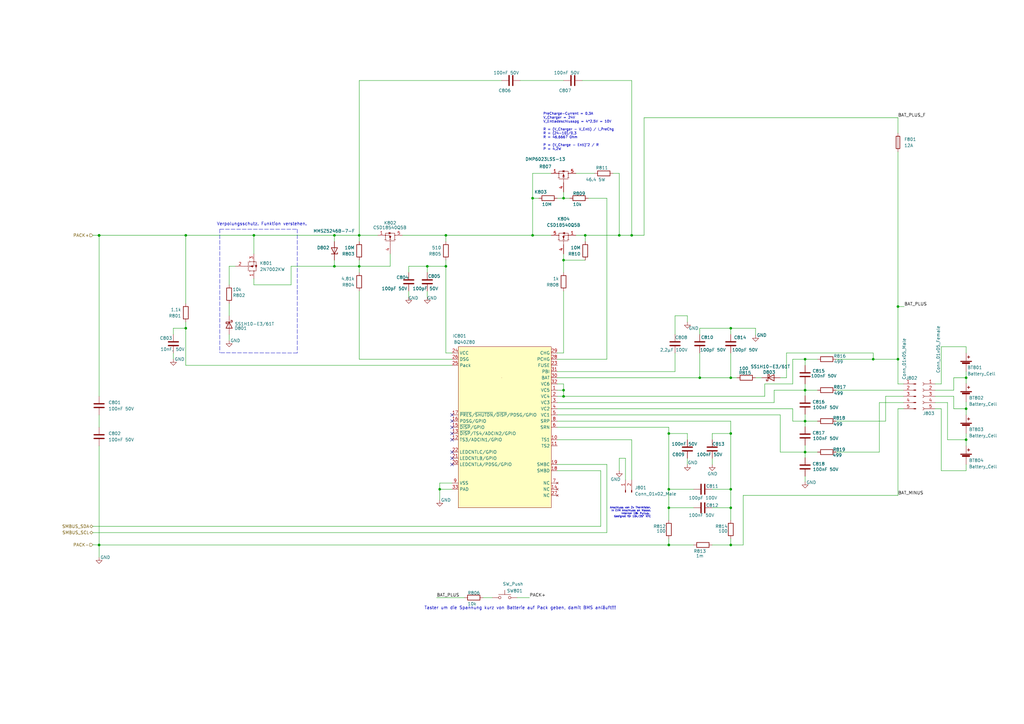
<source format=kicad_sch>
(kicad_sch (version 20211123) (generator eeschema)
  (paper "A3")
  (title_block (date "2022-01-24"))
  (lib_symbols
    (symbol "Connector:Conn_01x02_Male" (pin_names (offset 1.016) hide)
      (property "Reference" "J" (at 0 2.54 0))
      (property "Value" "Conn_01x02_Male" (at 0 -5.08 0))
      (symbol "Conn_01x02_Male_1_1"
        (polyline (pts (xy 1.27 -2.54) (xy 0.8636 -2.54)) (stroke (width 0.1524)))
        (polyline (pts (xy 1.27 0) (xy 0.8636 0)) (stroke (width 0.1524)))
        (rectangle (start 0.8636 -2.413) (end 0 -2.667) (stroke (width 0.1524)) (fill (type outline)))
        (rectangle (start 0.8636 0.127) (end 0 -0.127) (stroke (width 0.1524)) (fill (type outline)))
        (pin passive line (at 5.08 0 180) (length 3.81) (name "Pin_1") (number "1"))
        (pin passive line (at 5.08 -2.54 180) (length 3.81) (name "Pin_2") (number "2"))
      )
    )
    (symbol "Connector:Conn_01x05_Female" (pin_names (offset 1.016) hide)
      (property "Reference" "J" (at 0 7.62 0))
      (property "Value" "Conn_01x05_Female" (at 0 -7.62 0))
      (symbol "Conn_01x05_Female_1_1"
        (arc (start 0 -4.572) (mid -0.508 -5.08) (end 0 -5.588) (stroke (width 0.1524)))
        (arc (start 0 -2.032) (mid -0.508 -2.54) (end 0 -3.048) (stroke (width 0.1524)))
        (polyline (pts (xy -1.27 -5.08) (xy -0.508 -5.08)) (stroke (width 0.1524)))
        (polyline (pts (xy -1.27 -2.54) (xy -0.508 -2.54)) (stroke (width 0.1524)))
        (polyline (pts (xy -1.27 0) (xy -0.508 0)) (stroke (width 0.1524)))
        (polyline (pts (xy -1.27 2.54) (xy -0.508 2.54)) (stroke (width 0.1524)))
        (polyline (pts (xy -1.27 5.08) (xy -0.508 5.08)) (stroke (width 0.1524)))
        (arc (start 0 0.508) (mid -0.508 0) (end 0 -0.508) (stroke (width 0.1524)))
        (arc (start 0 3.048) (mid -0.508 2.54) (end 0 2.032) (stroke (width 0.1524)))
        (arc (start 0 5.588) (mid -0.508 5.08) (end 0 4.572) (stroke (width 0.1524)))
        (pin passive line (at -5.08 5.08 0) (length 3.81) (name "Pin_1") (number "1"))
        (pin passive line (at -5.08 2.54 0) (length 3.81) (name "Pin_2") (number "2"))
        (pin passive line (at -5.08 0 0) (length 3.81) (name "Pin_3") (number "3"))
        (pin passive line (at -5.08 -2.54 0) (length 3.81) (name "Pin_4") (number "4"))
        (pin passive line (at -5.08 -5.08 0) (length 3.81) (name "Pin_5") (number "5"))
      )
    )
    (symbol "Connector:Conn_01x05_Male" (pin_names (offset 1.016) hide)
      (property "Reference" "J" (at 0 7.62 0))
      (property "Value" "Conn_01x05_Male" (at 0 -7.62 0))
      (symbol "Conn_01x05_Male_1_1"
        (polyline (pts (xy 1.27 -5.08) (xy 0.8636 -5.08)) (stroke (width 0.1524)))
        (polyline (pts (xy 1.27 -2.54) (xy 0.8636 -2.54)) (stroke (width 0.1524)))
        (polyline (pts (xy 1.27 0) (xy 0.8636 0)) (stroke (width 0.1524)))
        (polyline (pts (xy 1.27 2.54) (xy 0.8636 2.54)) (stroke (width 0.1524)))
        (polyline (pts (xy 1.27 5.08) (xy 0.8636 5.08)) (stroke (width 0.1524)))
        (rectangle (start 0.8636 -4.953) (end 0 -5.207) (stroke (width 0.1524)) (fill (type outline)))
        (rectangle (start 0.8636 -2.413) (end 0 -2.667) (stroke (width 0.1524)) (fill (type outline)))
        (rectangle (start 0.8636 0.127) (end 0 -0.127) (stroke (width 0.1524)) (fill (type outline)))
        (rectangle (start 0.8636 2.667) (end 0 2.413) (stroke (width 0.1524)) (fill (type outline)))
        (rectangle (start 0.8636 5.207) (end 0 4.953) (stroke (width 0.1524)) (fill (type outline)))
        (pin passive line (at 5.08 5.08 180) (length 3.81) (name "Pin_1") (number "1"))
        (pin passive line (at 5.08 2.54 180) (length 3.81) (name "Pin_2") (number "2"))
        (pin passive line (at 5.08 0 180) (length 3.81) (name "Pin_3") (number "3"))
        (pin passive line (at 5.08 -2.54 180) (length 3.81) (name "Pin_4") (number "4"))
        (pin passive line (at 5.08 -5.08 180) (length 3.81) (name "Pin_5") (number "5"))
      )
    )
    (symbol "Device:Battery_Cell" (pin_numbers hide) (pin_names (offset 0) hide)
      (property "Reference" "BT" (at 2.54 2.54 0))
      (property "Value" "Battery_Cell" (at 2.54 0 0))
      (symbol "Battery_Cell_0_1"
        (rectangle (start -2.286 1.778) (end 2.286 1.524) (fill (type outline)))
        (rectangle (start -1.5748 1.1938) (end 1.4732 0.6858) (fill (type outline)))
        (polyline (pts (xy 0 0.762) (xy 0 0)))
        (polyline (pts (xy 0 1.778) (xy 0 2.54)))
        (polyline (pts (xy 0.508 3.429) (xy 1.524 3.429)) (stroke (width 0.254)))
        (polyline (pts (xy 1.016 3.937) (xy 1.016 2.921)) (stroke (width 0.254)))
      )
      (symbol "Battery_Cell_1_1"
        (pin passive line (at 0 5.08 270) (length 2.54) (name "+") (number "1"))
        (pin passive line (at 0 -2.54 90) (length 2.54) (name "-") (number "2"))
      )
    )
    (symbol "Device:C" (pin_numbers hide) (pin_names (offset 0.254))
      (property "Reference" "C" (at 0.635 2.54 0))
      (property "Value" "C" (at 0.635 -2.54 0))
      (symbol "C_0_1"
        (polyline (pts (xy -2.032 -0.762) (xy 2.032 -0.762)) (stroke (width 0.508)))
        (polyline (pts (xy -2.032 0.762) (xy 2.032 0.762)) (stroke (width 0.508)))
      )
      (symbol "C_1_1"
        (pin passive line (at 0 3.81 270) (length 2.794) (name "~") (number "1"))
        (pin passive line (at 0 -3.81 90) (length 2.794) (name "~") (number "2"))
      )
    )
    (symbol "Device:D_Schottky" (pin_numbers hide) (pin_names (offset 1.016) hide)
      (property "Reference" "D" (at 0 2.54 0))
      (property "Value" "D_Schottky" (at 0 -2.54 0))
      (symbol "D_Schottky_0_1"
        (polyline (pts (xy 1.27 0) (xy -1.27 0)))
        (polyline (pts (xy 1.27 1.27) (xy 1.27 -1.27) (xy -1.27 0) (xy 1.27 1.27)) (stroke (width 0.254)))
        (polyline (pts (xy -1.905 0.635) (xy -1.905 1.27) (xy -1.27 1.27) (xy -1.27 -1.27) (xy -0.635 -1.27) (xy -0.635 -0.635)) (stroke (width 0.254)))
      )
      (symbol "D_Schottky_1_1"
        (pin passive line (at -3.81 0 0) (length 2.54) (name "K") (number "1"))
        (pin passive line (at 3.81 0 180) (length 2.54) (name "A") (number "2"))
      )
    )
    (symbol "Device:D_Zener" (pin_numbers hide) (pin_names (offset 1.016) hide)
      (property "Reference" "D" (at 0 2.54 0))
      (property "Value" "D_Zener" (at 0 -2.54 0))
      (symbol "D_Zener_0_1"
        (polyline (pts (xy 1.27 0) (xy -1.27 0)))
        (polyline (pts (xy -1.27 -1.27) (xy -1.27 1.27) (xy -0.762 1.27)) (stroke (width 0.254)))
        (polyline (pts (xy 1.27 -1.27) (xy 1.27 1.27) (xy -1.27 0) (xy 1.27 -1.27)) (stroke (width 0.254)))
      )
      (symbol "D_Zener_1_1"
        (pin passive line (at -3.81 0 0) (length 2.54) (name "K") (number "1"))
        (pin passive line (at 3.81 0 180) (length 2.54) (name "A") (number "2"))
      )
    )
    (symbol "Device:Fuse" (pin_numbers hide) (pin_names (offset 0))
      (property "Reference" "F" (at 2.032 0 90))
      (property "Value" "Fuse" (at -1.905 0 90))
      (symbol "Fuse_0_1"
        (rectangle (start -0.762 -2.54) (end 0.762 2.54) (stroke (width 0.254)))
        (polyline (pts (xy 0 2.54) (xy 0 -2.54)))
      )
      (symbol "Fuse_1_1"
        (pin passive line (at 0 3.81 270) (length 1.27) (name "~") (number "1"))
        (pin passive line (at 0 -3.81 90) (length 1.27) (name "~") (number "2"))
      )
    )
    (symbol "Device:R" (pin_numbers hide) (pin_names (offset 0))
      (property "Reference" "R" (at 2.032 0 90))
      (property "Value" "R" (at 0 0 90))
      (symbol "R_0_1"
        (rectangle (start -1.016 -2.54) (end 1.016 2.54) (stroke (width 0.254)))
      )
      (symbol "R_1_1"
        (pin passive line (at 0 3.81 270) (length 1.27) (name "~") (number "1"))
        (pin passive line (at 0 -3.81 90) (length 1.27) (name "~") (number "2"))
      )
    )
    (symbol "HER_Symbole:BQ40Z80"
      (property "Reference" "U?" (at -6.985 -7.62 0))
      (property "Value" "BQ40Z80" (at -6.985 -10.16 0))
      (symbol "BQ40Z80_0_1"
        (rectangle (start -12.7 -12.7) (end 25.4 -78.74) (fill (type background)))
        (rectangle (start 7.62 -25.4) (end 7.62 -25.4))
      )
      (symbol "BQ40Z80_1_1"
        (pin input line (at -15.24 -30.48 0) (length 2.54) (name "VC5") (number "1"))
        (pin bidirectional line (at -15.24 -50.8 0) (length 2.54) (name "TS1") (number "10"))
        (pin input line (at -15.24 -53.34 0) (length 2.54) (name "TS2") (number "11"))
        (pin bidirectional line (at 27.94 -50.8 180) (length 2.54) (name "TS3/ADCIN1/GPIO") (number "12"))
        (pin bidirectional line (at 27.94 -48.26 180) (length 2.54) (name "~{DISP}/TS4/ADCIN2/GPIO") (number "13"))
        (pin no_connect line (at -15.24 -71.12 0) (length 2.54) (name "NC") (number "14"))
        (pin bidirectional line (at 27.94 -45.72 180) (length 2.54) (name "~{DISP}/GPIO") (number "15"))
        (pin bidirectional line (at 27.94 -43.18 180) (length 2.54) (name "PDSG/GPIO") (number "16"))
        (pin bidirectional line (at 27.94 -40.64 180) (length 2.54) (name "~{PRES}/~{SHUTDN}/~{DISP}/PDSG/GPIO") (number "17"))
        (pin bidirectional line (at -15.24 -63.5 0) (length 2.54) (name "SMBD") (number "18"))
        (pin bidirectional line (at -15.24 -60.96 0) (length 2.54) (name "SMBC") (number "19"))
        (pin input line (at -15.24 -33.02 0) (length 2.54) (name "VC4") (number "2"))
        (pin output line (at 27.94 -60.96 180) (length 2.54) (name "LEDCNTLA/PDSG/GPIO") (number "20"))
        (pin output line (at 27.94 -58.42 180) (length 2.54) (name "LEDCNTLB/GPIO") (number "21"))
        (pin output line (at 27.94 -55.88 180) (length 2.54) (name "LEDCNTLC/GPIO") (number "22"))
        (pin output line (at -15.24 -20.32 0) (length 2.54) (name "FUSE") (number "23"))
        (pin power_in line (at 27.94 -15.24 180) (length 2.54) (name "VCC") (number "24"))
        (pin output line (at 27.94 -20.32 180) (length 2.54) (name "Pack") (number "25"))
        (pin output line (at 27.94 -17.78 180) (length 2.54) (name "DSG") (number "26"))
        (pin no_connect line (at -15.24 -73.66 0) (length 2.54) (name "NC") (number "27"))
        (pin output line (at -15.24 -17.78 0) (length 2.54) (name "PCHG") (number "28"))
        (pin output line (at -15.24 -15.24 0) (length 2.54) (name "CHG") (number "29"))
        (pin input line (at -15.24 -35.56 0) (length 2.54) (name "VC3") (number "3"))
        (pin power_in line (at -15.24 -25.4 0) (length 2.54) (name "BAT") (number "30"))
        (pin power_in line (at -15.24 -22.86 0) (length 2.54) (name "PBI") (number "31"))
        (pin input line (at -15.24 -27.94 0) (length 2.54) (name "VC6") (number "32"))
        (pin passive line (at 27.94 -71.12 180) (length 2.54) (name "PAD") (number "33"))
        (pin input line (at -15.24 -38.1 0) (length 2.54) (name "VC2") (number "4"))
        (pin input line (at -15.24 -40.64 0) (length 2.54) (name "VC1") (number "5"))
        (pin input line (at -15.24 -45.72 0) (length 2.54) (name "SRN") (number "6"))
        (pin no_connect line (at -15.24 -68.58 0) (length 2.54) (name "NC") (number "7"))
        (pin input line (at -15.24 -43.18 0) (length 2.54) (name "SRP") (number "8"))
        (pin power_in line (at 27.94 -68.58 180) (length 2.54) (name "VSS") (number "9"))
      )
    )
    (symbol "HER_Symbole:NMOS_FET"
      (property "Reference" "K" (at 5.461 2.159 0))
      (property "Value" "NMOS_FET" (at 8.255 5.334 0))
      (symbol "NMOS_FET_0_1"
        (circle (center 0 -1.905) (radius 0.127))
        (polyline (pts (xy -3.81 0) (xy -2.286 0)))
        (polyline (pts (xy -2.286 -1.905) (xy -2.286 1.905)))
        (polyline (pts (xy -1.778 -1.524) (xy -1.778 -2.286)))
        (polyline (pts (xy -1.778 0.381) (xy -1.778 -0.381)))
        (polyline (pts (xy -1.778 1.905) (xy 0 1.905)))
        (polyline (pts (xy -1.778 2.286) (xy -1.778 1.524)))
        (polyline (pts (xy 0.508 -0.254) (xy 1.27 -0.254)))
        (polyline (pts (xy -1.778 0) (xy 0 0) (xy 0 2.032)))
        (polyline (pts (xy -1.397 0) (xy -0.508 0.381) (xy -0.508 -0.381) (xy -1.397 0)) (fill (type outline)))
        (polyline (pts (xy 0.889 -0.254) (xy 1.27 0.381) (xy 0.508 0.381) (xy 0.889 -0.254)) (fill (type outline)))
        (polyline (pts (xy -1.778 -1.905) (xy 0.254 -1.905) (xy 0.889 -1.905) (xy 0.889 1.905) (xy 0.254 1.905) (xy 0 1.905)))
        (circle (center 0 1.905) (radius 0.127))
      )
      (symbol "NMOS_FET_1_1"
        (pin passive line (at 0 -5.08 90) (length 3.048) (name "") (number "1"))
        (pin passive line (at -7.62 0 0) (length 3.81) (name "") (number "2"))
        (pin passive line (at 0 5.08 270) (length 3.048) (name "") (number "3"))
      )
    )
    (symbol "HER_Symbole:NMOS_FET_8-Pin+EP"
      (property "Reference" "K" (at 0.127 4.318 0))
      (property "Value" "NMOS_FET_8-Pin+EP" (at -3.81 7.366 0))
      (symbol "NMOS_FET_8-Pin+EP_0_1"
        (polyline (pts (xy 3.81 0) (xy 5.334 0)))
        (polyline (pts (xy 5.334 -1.905) (xy 5.334 1.905)))
        (polyline (pts (xy 5.842 -1.524) (xy 5.842 -2.286)))
        (polyline (pts (xy 5.842 0.381) (xy 5.842 -0.381)))
        (polyline (pts (xy 5.842 1.905) (xy 7.62 1.905)))
        (polyline (pts (xy 5.842 2.286) (xy 5.842 1.524)))
        (polyline (pts (xy 8.128 -0.127) (xy 8.89 -0.127)))
        (polyline (pts (xy 5.842 0) (xy 7.62 0) (xy 7.62 2.032)))
        (polyline (pts (xy 6.35 0) (xy 7.239 0.381) (xy 7.239 -0.381) (xy 6.35 0)) (fill (type outline)))
        (polyline (pts (xy 8.509 -0.127) (xy 8.128 0.508) (xy 8.89 0.508) (xy 8.509 -0.127)) (fill (type outline)))
        (polyline (pts (xy 5.842 -1.905) (xy 7.874 -1.905) (xy 8.509 -1.905) (xy 8.509 1.905) (xy 7.874 1.905) (xy 7.62 1.905)))
        (circle (center 7.62 -1.905) (radius 0.127))
        (circle (center 7.62 1.905) (radius 0.127))
      )
      (symbol "NMOS_FET_8-Pin+EP_1_1"
        (pin passive line (at 7.62 5.08 270) (length 3.048) (name "") (number "1"))
        (pin passive line (at 7.62 5.08 270) (length 3.048) hide (name "") (number "2"))
        (pin passive line (at 7.62 5.08 270) (length 3.048) hide (name "") (number "3"))
        (pin passive line (at 0 0 0) (length 3.81) (name "") (number "4"))
        (pin passive line (at 7.62 -5.08 90) (length 3.048) (name "") (number "5"))
        (pin passive line (at 7.62 -5.08 90) (length 3.048) hide (name "") (number "6"))
        (pin passive line (at 7.62 -5.08 90) (length 3.048) hide (name "") (number "7"))
        (pin passive line (at 7.62 -5.08 90) (length 3.048) hide (name "") (number "8"))
        (pin passive line (at 7.62 -5.08 90) (length 3.048) hide (name "") (number "9"))
      )
    )
    (symbol "HER_Symbole:PMOS_FET_SOIC-8"
      (property "Reference" "K" (at 0.127 4.318 0))
      (property "Value" "PMOS_FET_SOIC-8" (at -3.81 7.366 0))
      (symbol "PMOS_FET_SOIC-8_0_1"
        (polyline (pts (xy 3.81 0) (xy 5.334 0)))
        (polyline (pts (xy 5.334 -1.905) (xy 5.334 1.905)))
        (polyline (pts (xy 5.842 -1.524) (xy 5.842 -2.286)))
        (polyline (pts (xy 5.842 0.381) (xy 5.842 -0.381)))
        (polyline (pts (xy 5.842 1.905) (xy 7.62 1.905)))
        (polyline (pts (xy 5.842 2.286) (xy 5.842 1.524)))
        (polyline (pts (xy 8.128 0.381) (xy 8.89 0.381)))
        (polyline (pts (xy 5.842 0) (xy 7.62 0) (xy 7.62 2.032)))
        (polyline (pts (xy 7.239 0) (xy 6.35 -0.381) (xy 6.35 0.381) (xy 7.239 0)) (fill (type outline)))
        (polyline (pts (xy 8.509 0.381) (xy 8.128 -0.254) (xy 8.89 -0.254) (xy 8.509 0.381)) (fill (type outline)))
        (polyline (pts (xy 5.842 -1.905) (xy 7.874 -1.905) (xy 8.509 -1.905) (xy 8.509 1.905) (xy 7.874 1.905) (xy 7.62 1.905)))
        (circle (center 7.62 -1.905) (radius 0.127))
        (circle (center 7.62 1.905) (radius 0.127))
      )
      (symbol "PMOS_FET_SOIC-8_1_1"
        (pin passive line (at 7.62 5.08 270) (length 3.048) (name "") (number "1"))
        (pin passive line (at 7.62 5.08 270) (length 3.048) hide (name "") (number "2"))
        (pin passive line (at 7.62 5.08 270) (length 3.048) hide (name "") (number "3"))
        (pin passive line (at 0 0 0) (length 3.81) (name "") (number "4"))
        (pin passive line (at 7.62 -5.08 90) (length 3.048) (name "") (number "5"))
        (pin passive line (at 7.62 -5.08 90) (length 3.048) hide (name "") (number "6"))
        (pin passive line (at 7.62 -5.08 90) (length 3.048) hide (name "") (number "7"))
        (pin passive line (at 7.62 -5.08 90) (length 3.048) hide (name "") (number "8"))
      )
    )
    (symbol "Switch:SW_Push" (pin_numbers hide) (pin_names (offset 1.016) hide)
      (property "Reference" "SW" (at 1.27 2.54 0))
      (property "Value" "SW_Push" (at 0 -1.524 0))
      (symbol "SW_Push_0_1"
        (circle (center -2.032 0) (radius 0.508))
        (polyline (pts (xy 0 1.27) (xy 0 3.048)))
        (polyline (pts (xy 2.54 1.27) (xy -2.54 1.27)))
        (circle (center 2.032 0) (radius 0.508))
        (pin passive line (at -5.08 0 0) (length 2.54) (name "1") (number "1"))
        (pin passive line (at 5.08 0 180) (length 2.54) (name "2") (number "2"))
      )
    )
    (symbol "power:GND" (power) (pin_names (offset 0))
      (property "Value" "GND" (at 0 -3.81 0))
      (symbol "GND_0_1"
        (polyline (pts (xy 0 0) (xy 0 -1.27) (xy 1.27 -1.27) (xy 0 -2.54) (xy -1.27 -1.27) (xy 0 -1.27)))
      )
      (symbol "GND_1_1"
        (pin power_in line (at 0 0 270) (length 0) hide (name "GND") (number "1"))
      )
    )
  )
  (junction (at 231.14 81.28))
  (junction (at 274.32 208.28))
  (junction (at 330.2 185.42))
  (junction (at 104.14 96.52))
  (junction (at 299.72 154.94))
  (junction (at 240.03 96.52))
  (junction (at 396.24 167.64))
  (junction (at 76.2 134.62))
  (junction (at 274.32 223.52))
  (junction (at 182.88 109.22))
  (junction (at 254 96.52))
  (junction (at 358.14 147.32))
  (junction (at 299.72 208.28))
  (junction (at 40.64 223.52))
  (junction (at 175.26 109.22))
  (junction (at 76.2 96.52))
  (junction (at 330.2 147.32))
  (junction (at 218.44 96.52))
  (junction (at 368.3 125.73))
  (junction (at 147.32 109.22))
  (junction (at 396.24 154.94))
  (junction (at 40.64 96.52))
  (junction (at 231.14 162.56))
  (junction (at 287.02 154.94))
  (junction (at 147.32 96.52))
  (junction (at 137.16 109.22))
  (junction (at 299.72 200.66))
  (junction (at 330.2 160.02))
  (junction (at 299.72 223.52))
  (junction (at 274.32 177.8))
  (junction (at 259.08 96.52))
  (junction (at 137.16 96.52))
  (junction (at 40.64 96.5835))
  (junction (at 299.72 177.8))
  (junction (at 330.2 172.72))
  (junction (at 218.44 81.28))
  (junction (at 180.34 200.66))
  (junction (at 231.14 160.02))
  (junction (at 274.32 200.66))
  (junction (at 368.3 147.32))
  (junction (at 182.88 96.52))
  (junction (at 299.72 134.62))
  (junction (at 396.24 180.34))
  (junction (at 231.14 106.68))
  (no_connect (at 185.42 170.18))
  (no_connect (at 185.42 180.34))
  (no_connect (at 185.42 177.8))
  (no_connect (at 185.42 175.26))
  (no_connect (at 185.42 172.72))
  (no_connect (at 185.42 190.5))
  (no_connect (at 185.42 187.96))
  (no_connect (at 185.42 185.42))
  (wire (pts (xy 335.28 172.72) (xy 330.2 172.72)))
  (wire (pts (xy 330.2 160.02) (xy 330.2 162.306)))
  (wire (pts (xy 231.14 157.48) (xy 231.14 160.02)))
  (wire (pts (xy 40.64 170.18) (xy 40.64 175.26)))
  (wire (pts (xy 335.28 160.02) (xy 330.2 160.02)))
  (wire (pts (xy 119.38 109.22) (xy 137.16 109.22)))
  (wire (pts (xy 147.32 147.32) (xy 185.42 147.32)))
  (wire (pts (xy 104.14 96.52) (xy 137.16 96.52)))
  (wire (pts (xy 287.02 134.62) (xy 287.02 137.16)))
  (wire (pts (xy 299.72 220.98) (xy 299.72 223.52)))
  (wire (pts (xy 383.54 160.02) (xy 391.16 160.02)))
  (wire (pts (xy 281.94 187.96) (xy 281.94 190.5)))
  (wire (pts (xy 40.64 96.5835) (xy 40.64 162.56)))
  (wire (pts (xy 274.32 208.28) (xy 274.32 200.66)))
  (wire (pts (xy 299.72 172.72) (xy 299.72 177.8)))
  (wire (pts (xy 368.3 48.26) (xy 368.3 54.61)))
  (wire (pts (xy 231.14 81.28) (xy 233.68 81.28)))
  (wire (pts (xy 396.24 144.78) (xy 396.24 142.24)))
  (wire (pts (xy 370.586 162.56) (xy 363.22 162.56)))
  (wire (pts (xy 93.98 137.16) (xy 93.98 139.7)))
  (wire (pts (xy 231.14 119.38) (xy 231.14 144.78)))
  (wire (pts (xy 218.44 71.12) (xy 218.44 81.28)))
  (wire (pts (xy 185.42 144.78) (xy 182.88 144.78)))
  (wire (pts (xy 256.54 187.96) (xy 254 187.96)))
  (wire (pts (xy 240.03 96.52) (xy 240.03 99.06)))
  (polyline (pts (xy 90.17 93.98) (xy 121.92 93.98)))
  (wire (pts (xy 96.52 109.22) (xy 93.98 109.22)))
  (wire (pts (xy 330.2 160.02) (xy 317.5 160.02)))
  (wire (pts (xy 368.3 125.73) (xy 368.3 147.32)))
  (wire (pts (xy 179.07 245.11) (xy 190.5 245.11)))
  (wire (pts (xy 386.08 193.04) (xy 396.24 193.04)))
  (wire (pts (xy 231.14 162.56) (xy 313.69 162.56)))
  (wire (pts (xy 119.38 116.84) (xy 119.38 109.22)))
  (wire (pts (xy 93.98 109.22) (xy 93.98 116.84)))
  (wire (pts (xy 218.44 96.52) (xy 226.06 96.52)))
  (wire (pts (xy 370.586 167.64) (xy 368.3 167.64)))
  (wire (pts (xy 284.48 208.28) (xy 274.32 208.28)))
  (wire (pts (xy 212.09 245.11) (xy 217.17 245.11)))
  (wire (pts (xy 330.2 169.926) (xy 330.2 172.72)))
  (wire (pts (xy 254 187.96) (xy 254 193.04)))
  (wire (pts (xy 309.88 134.62) (xy 309.88 137.4775)))
  (wire (pts (xy 231.14 104.14) (xy 231.14 106.68)))
  (wire (pts (xy 180.34 200.66) (xy 185.42 200.66)))
  (wire (pts (xy 304.8 223.52) (xy 304.8 203.2)))
  (wire (pts (xy 147.32 119.38) (xy 147.32 147.32)))
  (wire (pts (xy 368.3 62.23) (xy 368.3 125.73)))
  (polyline (pts (xy 121.92 119.126) (xy 121.92 144.78)))
  (wire (pts (xy 322.58 144.78) (xy 322.58 154.94)))
  (wire (pts (xy 386.08 167.64) (xy 386.08 193.04)))
  (wire (pts (xy 342.9 147.32) (xy 358.14 147.32)))
  (wire (pts (xy 299.72 177.8) (xy 292.1 177.8)))
  (wire (pts (xy 370.84 125.73) (xy 368.3 125.73)))
  (wire (pts (xy 388.62 180.34) (xy 396.24 180.34)))
  (wire (pts (xy 71.12 134.62) (xy 71.12 137.16)))
  (wire (pts (xy 104.14 96.52) (xy 104.14 104.14)))
  (wire (pts (xy 299.72 208.28) (xy 292.1 208.28)))
  (wire (pts (xy 40.64 96.52) (xy 76.2 96.52)))
  (wire (pts (xy 325.12 147.32) (xy 325.12 157.48)))
  (wire (pts (xy 330.2 149.86) (xy 330.2 147.32)))
  (wire (pts (xy 330.2 195.326) (xy 330.2 197.612)))
  (wire (pts (xy 335.28 185.42) (xy 330.2 185.42)))
  (wire (pts (xy 228.6 81.28) (xy 231.14 81.28)))
  (wire (pts (xy 231.14 160.02) (xy 231.14 162.56)))
  (wire (pts (xy 299.72 223.52) (xy 304.8 223.52)))
  (wire (pts (xy 330.2 182.626) (xy 330.2 185.42)))
  (wire (pts (xy 228.6 144.78) (xy 231.14 144.78)))
  (wire (pts (xy 160.02 109.22) (xy 160.02 104.14)))
  (wire (pts (xy 281.94 177.8) (xy 281.94 180.34)))
  (wire (pts (xy 299.72 144.78) (xy 299.72 154.94)))
  (wire (pts (xy 254 96.52) (xy 259.08 96.52)))
  (wire (pts (xy 342.9 160.02) (xy 370.586 160.02)))
  (wire (pts (xy 299.72 134.62) (xy 287.02 134.62)))
  (wire (pts (xy 254 71.12) (xy 254 96.52)))
  (wire (pts (xy 342.9 172.72) (xy 363.22 172.72)))
  (wire (pts (xy 228.6 172.72) (xy 299.72 172.72)))
  (wire (pts (xy 360.68 165.1) (xy 360.68 185.42)))
  (wire (pts (xy 147.32 96.52) (xy 147.32 33.02)))
  (wire (pts (xy 299.72 177.8) (xy 299.72 200.66)))
  (wire (pts (xy 137.16 96.52) (xy 147.32 96.52)))
  (wire (pts (xy 330.2 185.42) (xy 330.2 187.706)))
  (wire (pts (xy 147.32 96.52) (xy 147.32 99.06)))
  (wire (pts (xy 386.08 142.24) (xy 386.08 157.48)))
  (wire (pts (xy 325.12 167.64) (xy 325.12 172.72)))
  (wire (pts (xy 322.58 144.78) (xy 358.14 144.78)))
  (wire (pts (xy 358.14 147.32) (xy 358.14 144.78)))
  (wire (pts (xy 175.26 119.38) (xy 175.26 121.92)))
  (wire (pts (xy 383.54 162.56) (xy 391.16 162.56)))
  (wire (pts (xy 137.16 96.52) (xy 137.16 99.06)))
  (wire (pts (xy 330.2 185.42) (xy 320.04 185.42)))
  (wire (pts (xy 40.64 96.52) (xy 40.64 96.5835)))
  (wire (pts (xy 299.72 134.62) (xy 309.88 134.62)))
  (wire (pts (xy 182.88 99.06) (xy 182.88 96.52)))
  (wire (pts (xy 228.6 152.4) (xy 276.86 152.4)))
  (wire (pts (xy 167.64 109.22) (xy 167.64 111.76)))
  (wire (pts (xy 240.03 96.52) (xy 254 96.52)))
  (wire (pts (xy 274.32 200.66) (xy 274.32 177.8)))
  (wire (pts (xy 391.16 154.94) (xy 396.24 154.94)))
  (wire (pts (xy 284.48 223.52) (xy 274.32 223.52)))
  (wire (pts (xy 76.2 96.52) (xy 104.14 96.52)))
  (wire (pts (xy 228.6 154.94) (xy 287.02 154.94)))
  (wire (pts (xy 396.24 180.34) (xy 396.24 182.88)))
  (wire (pts (xy 104.14 116.84) (xy 119.38 116.84)))
  (wire (pts (xy 299.72 200.66) (xy 299.72 208.28)))
  (wire (pts (xy 226.06 71.12) (xy 218.44 71.12)))
  (wire (pts (xy 396.24 154.94) (xy 396.24 157.226)))
  (polyline (pts (xy 121.92 119.38) (xy 121.92 119.126)))
  (wire (pts (xy 383.54 157.48) (xy 386.08 157.48)))
  (wire (pts (xy 256.54 187.96) (xy 256.54 196.85)))
  (wire (pts (xy 147.32 96.52) (xy 154.94 96.52)))
  (wire (pts (xy 185.42 149.86) (xy 76.2 149.86)))
  (wire (pts (xy 228.6 162.56) (xy 231.14 162.56)))
  (wire (pts (xy 40.64 223.52) (xy 274.32 223.52)))
  (wire (pts (xy 38.1 223.4565) (xy 40.64 223.52)))
  (wire (pts (xy 368.3 147.32) (xy 368.3 157.48)))
  (wire (pts (xy 396.24 142.24) (xy 386.08 142.24)))
  (wire (pts (xy 330.2 147.32) (xy 325.12 147.32)))
  (wire (pts (xy 38.1 215.9) (xy 246.38 215.9)))
  (wire (pts (xy 228.6 167.64) (xy 325.12 167.64)))
  (wire (pts (xy 320.04 154.94) (xy 322.58 154.94)))
  (wire (pts (xy 246.38 193.04) (xy 228.6 193.04)))
  (wire (pts (xy 274.32 177.8) (xy 281.94 177.8)))
  (wire (pts (xy 330.2 157.48) (xy 330.2 160.02)))
  (wire (pts (xy 236.22 71.12) (xy 243.84 71.12)))
  (wire (pts (xy 147.32 33.02) (xy 205.74 33.02)))
  (wire (pts (xy 309.88 154.94) (xy 312.42 154.94)))
  (wire (pts (xy 388.62 165.1) (xy 388.62 180.34)))
  (wire (pts (xy 147.32 106.68) (xy 147.32 109.22)))
  (wire (pts (xy 396.24 164.846) (xy 396.24 167.64)))
  (wire (pts (xy 383.54 167.64) (xy 386.08 167.64)))
  (wire (pts (xy 248.92 81.28) (xy 248.92 147.32)))
  (wire (pts (xy 76.2 124.46) (xy 76.2 96.52)))
  (wire (pts (xy 76.2 132.08) (xy 76.2 134.62)))
  (wire (pts (xy 274.32 175.26) (xy 274.32 177.8)))
  (wire (pts (xy 236.22 96.52) (xy 240.03 96.52)))
  (wire (pts (xy 104.14 114.3) (xy 104.14 116.84)))
  (wire (pts (xy 396.24 167.64) (xy 396.24 170.18)))
  (wire (pts (xy 292.1 187.96) (xy 292.1 190.5)))
  (wire (pts (xy 76.2 134.62) (xy 76.2 149.86)))
  (wire (pts (xy 360.68 165.1) (xy 370.586 165.1)))
  (wire (pts (xy 383.54 165.1) (xy 388.62 165.1)))
  (wire (pts (xy 167.64 119.38) (xy 167.64 121.92)))
  (wire (pts (xy 231.14 78.74) (xy 231.14 81.28)))
  (wire (pts (xy 165.1 96.52) (xy 182.88 96.52)))
  (wire (pts (xy 93.98 124.46) (xy 93.98 129.54)))
  (wire (pts (xy 38.1 218.44) (xy 248.92 218.44)))
  (wire (pts (xy 259.08 96.52) (xy 264.16 96.52)))
  (polyline (pts (xy 121.92 144.78) (xy 90.17 144.7165)))
  (wire (pts (xy 274.32 208.28) (xy 274.32 213.36)))
  (wire (pts (xy 368.3 157.48) (xy 370.586 157.48)))
  (wire (pts (xy 396.24 177.8) (xy 396.24 180.34)))
  (wire (pts (xy 302.26 154.94) (xy 299.72 154.94)))
  (wire (pts (xy 313.69 157.48) (xy 325.12 157.48)))
  (wire (pts (xy 213.36 33.02) (xy 231.14 33.02)))
  (wire (pts (xy 38.1 96.52) (xy 40.64 96.52)))
  (wire (pts (xy 325.12 172.72) (xy 330.2 172.72)))
  (wire (pts (xy 182.88 106.68) (xy 182.88 109.22)))
  (wire (pts (xy 228.6 157.48) (xy 231.14 157.48)))
  (wire (pts (xy 276.86 129.54) (xy 276.86 137.16)))
  (wire (pts (xy 330.2 172.72) (xy 330.2 175.006)))
  (wire (pts (xy 274.32 200.66) (xy 284.48 200.66)))
  (wire (pts (xy 71.12 134.62) (xy 76.2 134.62)))
  (wire (pts (xy 368.3 167.64) (xy 368.3 203.2)))
  (wire (pts (xy 246.38 215.9) (xy 246.38 193.04)))
  (wire (pts (xy 335.28 147.32) (xy 330.2 147.32)))
  (wire (pts (xy 264.16 48.26) (xy 368.3 48.26)))
  (wire (pts (xy 228.6 160.02) (xy 231.14 160.02)))
  (wire (pts (xy 228.6 180.34) (xy 259.08 180.34)))
  (polyline (pts (xy 90.17 93.98) (xy 90.17 144.7165)))
  (wire (pts (xy 287.02 154.94) (xy 299.72 154.94)))
  (wire (pts (xy 231.14 106.68) (xy 240.03 106.68)))
  (wire (pts (xy 317.5 165.1) (xy 317.5 160.02)))
  (wire (pts (xy 218.44 81.28) (xy 220.98 81.28)))
  (wire (pts (xy 358.14 147.32) (xy 368.3 147.32)))
  (wire (pts (xy 276.86 129.54) (xy 281.94 129.54)))
  (wire (pts (xy 228.6 175.26) (xy 274.32 175.26)))
  (wire (pts (xy 228.6 170.18) (xy 320.04 170.18)))
  (wire (pts (xy 299.72 223.52) (xy 292.1 223.52)))
  (wire (pts (xy 175.26 109.22) (xy 182.88 109.22)))
  (wire (pts (xy 137.16 106.68) (xy 137.16 109.22)))
  (wire (pts (xy 198.12 245.11) (xy 201.93 245.11)))
  (wire (pts (xy 228.6 147.32) (xy 248.92 147.32)))
  (wire (pts (xy 391.16 167.64) (xy 396.24 167.64)))
  (wire (pts (xy 259.08 33.02) (xy 259.08 96.52)))
  (wire (pts (xy 137.16 109.22) (xy 147.32 109.22)))
  (wire (pts (xy 292.1 177.8) (xy 292.1 180.34)))
  (wire (pts (xy 182.88 96.52) (xy 218.44 96.52)))
  (wire (pts (xy 182.88 109.22) (xy 182.88 144.78)))
  (wire (pts (xy 342.9 185.42) (xy 360.68 185.42)))
  (wire (pts (xy 363.22 162.56) (xy 363.22 172.72)))
  (wire (pts (xy 391.16 162.56) (xy 391.16 167.64)))
  (wire (pts (xy 175.26 109.22) (xy 175.26 111.76)))
  (wire (pts (xy 264.16 48.26) (xy 264.16 96.52)))
  (wire (pts (xy 147.32 109.22) (xy 147.32 111.76)))
  (wire (pts (xy 40.64 223.52) (xy 40.64 228.6)))
  (polyline (pts (xy 121.92 93.98) (xy 121.92 119.38)))
  (wire (pts (xy 147.32 109.22) (xy 160.02 109.22)))
  (wire (pts (xy 228.6 190.5) (xy 248.92 190.5)))
  (wire (pts (xy 251.46 71.12) (xy 254 71.12)))
  (wire (pts (xy 299.72 208.28) (xy 299.72 213.36)))
  (wire (pts (xy 276.86 144.78) (xy 276.86 152.4)))
  (wire (pts (xy 299.72 134.62) (xy 299.72 137.16)))
  (wire (pts (xy 292.1 200.66) (xy 299.72 200.66)))
  (wire (pts (xy 238.76 33.02) (xy 259.08 33.02)))
  (wire (pts (xy 71.12 144.78) (xy 71.12 147.32)))
  (wire (pts (xy 231.14 106.68) (xy 231.14 111.76)))
  (wire (pts (xy 241.3 81.28) (xy 248.92 81.28)))
  (wire (pts (xy 391.16 160.02) (xy 391.16 154.94)))
  (wire (pts (xy 180.34 200.66) (xy 180.34 205.105)))
  (wire (pts (xy 218.44 81.28) (xy 218.44 96.52)))
  (wire (pts (xy 259.08 180.34) (xy 259.08 196.85)))
  (wire (pts (xy 167.64 109.22) (xy 175.26 109.22)))
  (wire (pts (xy 287.02 144.78) (xy 287.02 154.94)))
  (wire (pts (xy 304.8 203.2) (xy 368.3 203.2)))
  (wire (pts (xy 320.04 185.42) (xy 320.04 170.18)))
  (wire (pts (xy 313.69 162.56) (xy 313.69 157.48)))
  (wire (pts (xy 274.32 223.52) (xy 274.32 220.98)))
  (wire (pts (xy 185.42 198.12) (xy 180.34 198.12)))
  (wire (pts (xy 396.24 193.04) (xy 396.24 190.5)))
  (wire (pts (xy 180.34 198.12) (xy 180.34 200.66)))
  (wire (pts (xy 228.6 165.1) (xy 317.5 165.1)))
  (wire (pts (xy 281.94 129.54) (xy 281.94 132.08)))
  (wire (pts (xy 248.92 190.5) (xy 248.92 218.44)))
  (wire (pts (xy 40.64 182.88) (xy 40.64 223.52)))
  (wire (pts (xy 396.24 152.4) (xy 396.24 154.94)))
  (text "PreCharge-Current = 0,3A\nV_Charger = 24V\nV_Entladeschlusspg = 4*2,5V = 10V\n\nR = (V_Charger - V_Entl) / I_PreChg\nR = (24-10)/0,3\nR = 46,6667 Ohm\n\nP = (V_Charge - Entl)^2 / R\nP = 4,2W" (at 222.758 61.849 0) (effects (font (size 1 1)) (justify left bottom)))
  (text "Verpolungsschutz. Funktion verstehen." (at 88.9 92.71 0) (effects (font (size 1.27 1.27)) (justify left bottom)))
  (text "Anschluss von 2x Thermistor.\nIn EVM Anschluss an Masse.\nInterner 18k Pullup. \nGeeignet für 10k/25° NTC" (at 267.0175 212.4075 0) (effects (font (size 0.75 0.75)) (justify right bottom)))
  (text "Taster um die Spannung kurz von Batterie auf Pack geben, damit BMS anläuft!!!" (at 173.99 250.19 0) (effects (font (size 1.27 1.27)) (justify left bottom)))
  (label "BAT_PLUS" (at 370.84 125.73 0))
  (label "BAT_MINUS" (at 368.3 203.2 0))
  (label "PACK+" (at 217.17 245.11 0))
  (label "BAT_PLUS_F" (at 368.3 48.26 0))
  (label "BAT_PLUS" (at 179.07 245.11 0))
  (hierarchical_label "PACK+" (shape input) (at 38.1 96.52 180))
  (hierarchical_label "SMBUS_SDA" (shape bidirectional) (at 38.1 215.9 180))
  (hierarchical_label "PACK-" (shape input) (at 38.1 223.4565 180))
  (hierarchical_label "SMBUS_SCL" (shape bidirectional) (at 38.1 218.44 180))
  (symbol (lib_id "power:GND") (at 281.94 132.08 0) (unit 1)
    (property "Reference" "#PWR0808" (effects hide))
    (property "Value" "GND" (at 284.48 134.62 0))
  )
  (symbol (lib_id "Device:C") (at 330.2 191.516 0) (mirror y) (unit 1)
    (property "Reference" "C818" (at 338.328 190.246 0) (effects (justify left)))
    (property "Value" "100nF 50V" (at 343.916 192.532 0) (effects (justify left)))
    (property "Footprint" "Capacitor_SMD:C_0603_1608Metric" (effects hide))
  )
  (symbol (lib_id "Device:R") (at 147.32 102.87 180) (unit 1)
    (property "Reference" "R803" (at 145.415 104.1401 0) (effects (justify left)))
    (property "Value" "10M" (at 145.415 101.6001 0) (effects (justify left)))
    (property "Footprint" "Resistor_SMD:R_0603_1608Metric" (effects hide))
  )
  (symbol (lib_id "Device:D_Zener") (at 137.16 102.87 270) (mirror x) (unit 1)
    (property "Reference" "D802" (at 135.128 101.5999 90) (effects (justify right)))
    (property "Value" "MMSZ5246B-7-F" (at 145.542 94.742 90) (effects (justify right)))
    (property "Footprint" "Diode_SMD:D_SOD-123" (effects hide))
  )
  (symbol (lib_id "HER_Symbole:BQ40Z80") (at 213.36 129.54 0) (mirror y) (unit 1)
    (property "Reference" "IC801" (at 188.468 137.795 0))
    (property "Value" "BQ40Z80" (at 190.5 140.335 0))
    (property "Footprint" "Texas:RSM32 VQFN-32-1EP_4x4mm_P0.4mm_EP1.4x1.4mm_ThermalVias" (effects hide))
  )
  (symbol (lib_id "power:GND") (at 292.1 190.5 0) (mirror y) (unit 1)
    (property "Reference" "#PWR0810" (effects hide))
    (property "Value" "GND" (at 292.227 194.31 0))
  )
  (symbol (lib_id "Device:R") (at 224.79 81.28 270) (unit 1)
    (property "Reference" "R807" (at 221.107 68.326 90) (effects (justify left)))
    (property "Value" "10M" (at 222.25 83.82 90) (effects (justify left)))
    (property "Footprint" "Resistor_SMD:R_0603_1608Metric" (effects hide))
  )
  (symbol (lib_id "Device:C") (at 276.86 140.97 0) (mirror x) (unit 1)
    (property "Reference" "C808" (at 279.4 138.43 0))
    (property "Value" "2,2µF 100V" (at 276.352 143.51 0))
    (property "Footprint" "Capacitor_SMD:C_1812_4532Metric" (effects hide))
  )
  (symbol (lib_id "Connector:Conn_01x02_Male") (at 256.54 201.93 90) (unit 1)
    (property "Reference" "J801" (at 260.35 200.0249 90) (effects (justify right)))
    (property "Value" "Conn_01x02_Male" (at 260.35 202.5649 90) (effects (justify right)))
    (property "Footprint" "Connector_Molex:Molex_PicoBlade_53047-0210_1x02_P1.25mm_Vertical" (effects hide))
  )
  (symbol (lib_id "Device:C") (at 330.2 153.67 0) (mirror y) (unit 1)
    (property "Reference" "C815" (at 338.328 152.146 0) (effects (justify left)))
    (property "Value" "100nF 50V" (at 343.154 154.178 0) (effects (justify left)))
    (property "Footprint" "Capacitor_SMD:C_0603_1608Metric" (effects hide))
  )
  (symbol (lib_id "power:GND") (at 93.98 139.7 0) (mirror y) (unit 1)
    (property "Reference" "#PWR0803" (effects hide))
    (property "Value" "GND" (at 96.52 139.7 0))
  )
  (symbol (lib_id "Device:Battery_Cell") (at 396.24 149.86 0) (unit 1)
    (property "Reference" "BT801" (at 396.748 150.749 0) (effects (justify left)))
    (property "Value" "Battery_Cell" (at 396.748 153.289 0) (effects (justify left)))
  )
  (symbol (lib_id "Device:C") (at 40.64 179.07 0) (unit 1)
    (property "Reference" "C802" (at 44.45 177.7999 0) (effects (justify left)))
    (property "Value" "100nF 50V" (at 44.45 180.3399 0) (effects (justify left)))
    (property "Footprint" "Capacitor_SMD:C_0603_1608Metric" (effects hide))
  )
  (symbol (lib_id "HER_Symbole:NMOS_FET_8-Pin+EP") (at 160.02 104.14 90) (unit 1)
    (property "Reference" "K802" (at 160.02 91.44 90))
    (property "Value" "CSD18540Q5B" (at 159.893 93.345 90))
    (property "Footprint" "HER_Footprints:TI Q5B-Package" (effects hide))
    (property "Datasheet" "http://www.ti.com/lit/gpn/csd18540q5b" (effects hide))
  )
  (symbol (lib_id "Device:R") (at 194.31 245.11 270) (unit 1)
    (property "Reference" "R806" (at 191.77 243.205 90) (effects (justify left)))
    (property "Value" "10k" (at 191.77 247.65 90) (effects (justify left)))
    (property "Footprint" "Resistor_SMD:R_0603_1608Metric" (effects hide))
  )
  (symbol (lib_id "Device:R") (at 182.88 102.87 180) (unit 1)
    (property "Reference" "R805" (at 180.975 104.1401 0) (effects (justify left)))
    (property "Value" "510" (at 180.975 101.6001 0) (effects (justify left)))
    (property "Footprint" "Resistor_SMD:R_0603_1608Metric" (effects hide))
  )
  (symbol (lib_id "HER_Symbole:PMOS_FET_SOIC-8") (at 231.14 78.74 90) (unit 1)
    (property "Reference" "K803" (at 221.742 78.74 90))
    (property "Value" "DMP6023LSS-13" (at 223.647 65.278 90))
    (property "Footprint" "Package_SO:SOIC-8_3.9x4.9mm_P1.27mm" (effects hide))
    (property "Datasheet" "http://www.onsemi.com/pub/Collateral/FDS2734-D.pdf" (effects hide))
  )
  (symbol (lib_id "Device:R") (at 339.09 172.72 270) (mirror x) (unit 1)
    (property "Reference" "R818" (at 344.17 171.45 90))
    (property "Value" "499" (at 343.662 173.99 90))
    (property "Footprint" "Resistor_SMD:R_0603_1608Metric" (effects hide))
  )
  (symbol (lib_id "Device:C") (at 234.95 33.02 270) (unit 1)
    (property "Reference" "C807" (at 231.775 37.1475 90))
    (property "Value" "100nF 50V" (at 232.41 29.845 90))
    (property "Footprint" "Capacitor_SMD:C_0603_1608Metric" (effects hide))
  )
  (symbol (lib_id "Device:Fuse") (at 368.3 58.42 0) (unit 1)
    (property "Reference" "F801" (at 370.84 57.1499 0) (effects (justify left)))
    (property "Value" "12A" (at 370.84 59.6899 0) (effects (justify left)))
    (property "Footprint" "Fuse:Fuse_1206_3216Metric" (effects hide))
    (property "Datasheet" "https://www.mouser.de/datasheet/2/54/Bourns_01_26_2024_SF_1206S_R_Datasheet-3398014.pdf" (effects hide))
    (property "Bauteilname" "Bourns_SF-1206S1200R-2" (effects hide))
  )
  (symbol (lib_id "power:GND") (at 175.26 121.92 0) (mirror y) (unit 1)
    (property "Reference" "#PWR0805" (effects hide))
    (property "Value" "GND" (at 177.165 122.2375 0))
  )
  (symbol (lib_id "Device:C") (at 167.64 115.57 0) (mirror x) (unit 1)
    (property "Reference" "C804" (at 165.1 113.792 0))
    (property "Value" "100pF 50V" (at 161.798 118.364 0))
    (property "Footprint" "Capacitor_SMD:C_0603_1608Metric" (effects hide))
  )
  (symbol (lib_id "Device:R") (at 93.98 120.65 180) (unit 1)
    (property "Reference" "R802" (at 100.584 121.158 0) (effects (justify left)))
    (property "Value" "10k" (at 99.06 118.745 0) (effects (justify left)))
    (property "Footprint" "Resistor_SMD:R_0603_1608Metric" (effects hide))
  )
  (symbol (lib_id "Device:C") (at 292.1 184.15 0) (mirror x) (unit 1)
    (property "Reference" "C813" (at 292.1 182.118 0) (effects (justify left)))
    (property "Value" "100nF 50V" (at 285.75 186.436 0) (effects (justify left)))
    (property "Footprint" "Capacitor_SMD:C_0603_1608Metric" (effects hide))
  )
  (symbol (lib_id "Device:R") (at 247.65 71.12 90) (unit 1)
    (property "Reference" "R811" (at 249.428 68.834 90) (effects (justify left)))
    (property "Value" "46.4 5W" (at 248.285 73.66 90) (effects (justify left)))
    (property "Footprint" "Sonstiges:R_4527_11570Metric" (effects hide))
  )
  (symbol (lib_id "Connector:Conn_01x05_Male") (at 375.666 162.56 0) (mirror y) (unit 1)
    (property "Reference" "J802" (at 373.888 155.067 0))
    (property "Value" "Conn_01x05_Male" (at 370.84 147.193 90))
    (property "Footprint" "Connector_Molex:Molex_Micro-Fit_3.0_43650-0515_1x05_P3.00mm_Vertical" (effects hide))
  )
  (symbol (lib_id "Device:R") (at 240.03 102.87 180) (unit 1)
    (property "Reference" "R810" (at 238.125 104.1401 0) (effects (justify left)))
    (property "Value" "10M" (at 238.125 101.6001 0) (effects (justify left)))
    (property "Footprint" "Resistor_SMD:R_0603_1608Metric" (effects hide))
  )
  (symbol (lib_id "HER_Symbole:NMOS_FET_8-Pin+EP") (at 231.14 104.14 270) (mirror x) (unit 1)
    (property "Reference" "K804" (at 231.14 89.789 90))
    (property "Value" "CSD18540Q5B" (at 231.14 92.329 90))
    (property "Footprint" "HER_Footprints:TI Q5B-Package" (effects hide))
    (property "Datasheet" "http://www.ti.com/lit/gpn/csd18540q5b" (effects hide))
  )
  (symbol (lib_id "Device:C") (at 288.29 200.66 270) (mirror x) (unit 1)
    (property "Reference" "C811" (at 289.56 199.39 90) (effects (justify left)))
    (property "Value" "100pF 100V" (at 282.448 204.216 90) (effects (justify left)))
    (property "Footprint" "Capacitor_SMD:C_0603_1608Metric" (effects hide))
  )
  (symbol (lib_id "power:GND") (at 71.12 147.32 0) (mirror y) (unit 1)
    (property "Reference" "#PWR0802" (effects hide))
    (property "Value" "GND" (at 73.66 147.32 0))
  )
  (symbol (lib_id "Device:R") (at 299.72 217.17 0) (mirror x) (unit 1)
    (property "Reference" "R814" (at 295.91 215.9 0))
    (property "Value" "100" (at 296.545 217.805 0))
    (property "Footprint" "Resistor_SMD:R_0603_1608Metric" (effects hide))
  )
  (symbol (lib_id "Device:C") (at 175.26 115.57 0) (mirror x) (unit 1)
    (property "Reference" "C805" (at 178.054 113.284 0))
    (property "Value" "100pF 50V" (at 174.498 118.364 0))
    (property "Footprint" "Capacitor_SMD:C_0603_1608Metric" (effects hide))
  )
  (symbol (lib_id "Device:R") (at 274.32 217.17 0) (mirror y) (unit 1)
    (property "Reference" "R812" (at 270.51 215.9 0))
    (property "Value" "100" (at 271.145 217.805 0))
    (property "Footprint" "Resistor_SMD:R_0603_1608Metric" (effects hide))
  )
  (symbol (lib_id "Device:R") (at 339.09 147.32 270) (mirror x) (unit 1)
    (property "Reference" "R816" (at 344.424 146.05 90))
    (property "Value" "499" (at 343.916 148.336 90))
    (property "Footprint" "Resistor_SMD:R_0603_1608Metric" (effects hide))
  )
  (symbol (lib_id "Device:Battery_Cell") (at 396.24 187.96 0) (unit 1)
    (property "Reference" "BT804" (at 397.383 188.849 0) (effects (justify left)))
    (property "Value" "Battery_Cell" (at 397.383 191.389 0) (effects (justify left)))
  )
  (symbol (lib_id "Device:C") (at 281.94 184.15 180) (unit 1)
    (property "Reference" "C809" (at 280.797 186.436 0) (effects (justify left)))
    (property "Value" "100nF 50V" (at 286.004 182.118 0) (effects (justify left)))
    (property "Footprint" "Capacitor_SMD:C_0603_1608Metric" (effects hide))
  )
  (symbol (lib_id "Device:R") (at 147.32 115.57 180) (unit 1)
    (property "Reference" "R804" (at 145.415 116.8401 0) (effects (justify left)))
    (property "Value" "4,81k" (at 145.415 114.3001 0) (effects (justify left)))
    (property "Footprint" "Resistor_SMD:R_0603_1608Metric" (effects hide))
  )
  (symbol (lib_id "Connector:Conn_01x05_Female") (at 378.46 162.56 0) (mirror y) (unit 1)
    (property "Reference" "J803" (at 383.286 169.545 0) (effects (justify left)))
    (property "Value" "Conn_01x05_Female" (at 384.81 153.035 90) (effects (justify left)))
  )
  (symbol (lib_id "Device:C") (at 330.2 166.116 0) (mirror y) (unit 1)
    (property "Reference" "C816" (at 338.328 164.846 0) (effects (justify left)))
    (property "Value" "100nF 50V" (at 343.916 167.132 0) (effects (justify left)))
    (property "Footprint" "Capacitor_SMD:C_0603_1608Metric" (effects hide))
  )
  (symbol (lib_id "Device:R") (at 339.09 160.02 270) (mirror x) (unit 1)
    (property "Reference" "R817" (at 344.424 158.75 90))
    (property "Value" "499" (at 343.916 161.29 90))
    (property "Footprint" "Resistor_SMD:R_0603_1608Metric" (effects hide))
  )
  (symbol (lib_id "Device:R") (at 288.29 223.52 90) (mirror x) (unit 1)
    (property "Reference" "R813" (at 287.02 226.06 90))
    (property "Value" "1m" (at 287.02 227.965 90))
    (property "Footprint" "Resistor_SMD:R_1206_3216Metric" (effects hide))
  )
  (symbol (lib_id "power:GND") (at 330.2 197.612 0) (mirror y) (unit 1)
    (property "Reference" "#PWR0812" (effects hide))
    (property "Value" "GND" (at 332.74 197.866 0))
  )
  (symbol (lib_id "HER_Symbole:NMOS_FET") (at 104.14 109.22 0) (unit 1)
    (property "Reference" "K801" (at 106.553 107.9499 0) (effects (justify left)))
    (property "Value" "2N7002KW" (at 106.553 110.4899 0) (effects (justify left)))
    (property "Footprint" "Package_TO_SOT_SMD:SOT-323_SC-70" (effects hide))
    (property "Bauteilname" "2N7002KW" (effects hide))
  )
  (symbol (lib_id "Device:R") (at 231.14 115.57 180) (unit 1)
    (property "Reference" "R808" (at 229.235 116.8401 0) (effects (justify left)))
    (property "Value" "1k" (at 229.235 114.3001 0) (effects (justify left)))
    (property "Footprint" "Resistor_SMD:R_0603_1608Metric" (effects hide))
  )
  (symbol (lib_id "Device:Battery_Cell") (at 396.24 175.26 0) (unit 1)
    (property "Reference" "BT803" (at 397.383 176.149 0) (effects (justify left)))
    (property "Value" "Battery_Cell" (at 397.383 178.689 0) (effects (justify left)))
  )
  (symbol (lib_id "Device:C") (at 330.2 178.816 0) (mirror y) (unit 1)
    (property "Reference" "C817" (at 338.328 177.546 0) (effects (justify left)))
    (property "Value" "100nF 50V" (at 343.916 179.832 0) (effects (justify left)))
    (property "Footprint" "Capacitor_SMD:C_0603_1608Metric" (effects hide))
  )
  (symbol (lib_id "Device:D_Schottky") (at 93.98 133.35 270) (unit 1)
    (property "Reference" "D801" (at 101.2825 134.62 90) (effects (justify right)))
    (property "Value" "SS1H10-E3/61T" (at 112.522 132.842 90) (effects (justify right)))
    (property "Footprint" "Diode_SMD:D_SMA" (effects hide))
  )
  (symbol (lib_id "Device:R") (at 339.09 185.42 270) (mirror x) (unit 1)
    (property "Reference" "R819" (at 344.17 184.404 90))
    (property "Value" "499" (at 343.408 186.69 90))
    (property "Footprint" "Resistor_SMD:R_0603_1608Metric" (effects hide))
  )
  (symbol (lib_id "Device:C") (at 287.02 140.97 0) (mirror y) (unit 1)
    (property "Reference" "C810" (at 292.608 138.3665 0) (effects (justify left)))
    (property "Value" "100pF 50V" (at 297.688 143.51 0) (effects (justify left)))
    (property "Footprint" "Capacitor_SMD:C_0603_1608Metric" (effects hide))
  )
  (symbol (lib_id "Device:C") (at 40.64 166.37 0) (unit 1)
    (property "Reference" "C801" (at 44.45 165.0999 0) (effects (justify left)))
    (property "Value" "100nF 50V" (at 44.45 167.6399 0) (effects (justify left)))
    (property "Footprint" "Capacitor_SMD:C_0603_1608Metric" (effects hide))
  )
  (symbol (lib_id "Device:R") (at 76.2 128.27 180) (unit 1)
    (property "Reference" "R801" (at 74.295 129.5401 0) (effects (justify left)))
    (property "Value" "1,1k" (at 74.295 127.0001 0) (effects (justify left)))
    (property "Footprint" "Resistor_SMD:R_0603_1608Metric" (effects hide))
  )
  (symbol (lib_id "power:GND") (at 254 193.04 0) (unit 1)
    (property "Reference" "#PWR0807" (effects hide))
    (property "Value" "GND" (at 252.476 196.596 0))
  )
  (symbol (lib_id "power:GND") (at 180.34 205.105 0) (mirror y) (unit 1)
    (property "Reference" "#PWR0806" (effects hide))
    (property "Value" "GND" (at 182.88 205.105 0))
  )
  (symbol (lib_id "power:GND") (at 281.94 190.5 0) (mirror y) (unit 1)
    (property "Reference" "#PWR0809" (effects hide))
    (property "Value" "GND" (at 284.099 189.738 0))
  )
  (symbol (lib_id "Device:R") (at 237.49 81.28 270) (unit 1)
    (property "Reference" "R809" (at 234.95 79.375 90) (effects (justify left)))
    (property "Value" "10k" (at 234.95 83.82 90) (effects (justify left)))
    (property "Footprint" "Resistor_SMD:R_0603_1608Metric" (effects hide))
  )
  (symbol (lib_id "Device:C") (at 299.72 140.97 0) (unit 1)
    (property "Reference" "C814" (at 300.99 138.43 0) (effects (justify left)))
    (property "Value" "100pF 50V" (at 300.228 143.51 0) (effects (justify left)))
    (property "Footprint" "Capacitor_SMD:C_0603_1608Metric" (effects hide))
  )
  (symbol (lib_id "Device:C") (at 209.55 33.02 90) (unit 1)
    (property "Reference" "C806" (at 207.01 37.1475 90))
    (property "Value" "100nF 50V" (at 207.645 29.845 90))
    (property "Footprint" "Capacitor_SMD:C_0603_1608Metric" (effects hide))
  )
  (symbol (lib_id "Device:R") (at 306.07 154.94 270) (mirror x) (unit 1)
    (property "Reference" "R815" (at 305.562 152.908 90))
    (property "Value" "100" (at 305.054 151.13 90))
    (property "Footprint" "Resistor_SMD:R_0603_1608Metric" (effects hide))
  )
  (symbol (lib_id "Device:C") (at 288.29 208.28 270) (mirror x) (unit 1)
    (property "Reference" "C812" (at 289.56 207.264 90) (effects (justify left)))
    (property "Value" "100nF 50V" (at 282.448 211.328 90) (effects (justify left)))
    (property "Footprint" "Capacitor_SMD:C_0603_1608Metric" (effects hide))
  )
  (symbol (lib_id "power:GND") (at 40.64 228.6 0) (mirror y) (unit 1)
    (property "Reference" "#PWR0801" (effects hide))
    (property "Value" "GND" (at 43.18 228.6 0))
  )
  (symbol (lib_id "power:GND") (at 167.64 121.92 0) (mirror y) (unit 1)
    (property "Reference" "#PWR0804" (effects hide))
    (property "Value" "GND" (at 169.545 122.2375 0))
  )
  (symbol (lib_id "Switch:SW_Push") (at 207.01 245.11 0) (unit 1)
    (property "Reference" "SW801" (at 214.376 242.316 0) (effects (justify right)))
    (property "Value" "SW_Push" (at 214.63 239.522 0) (effects (justify right)))
    (property "Footprint" "Button_Switch_SMD:SW_SPST_B3U-1000P" (effects hide))
  )
  (symbol (lib_id "Device:Battery_Cell") (at 396.24 162.306 0) (unit 1)
    (property "Reference" "BT802" (at 397.383 163.195 0) (effects (justify left)))
    (property "Value" "Battery_Cell" (at 397.383 165.735 0) (effects (justify left)))
  )
  (symbol (lib_id "Device:D_Schottky") (at 316.23 154.94 0) (mirror x) (unit 1)
    (property "Reference" "D803" (at 315.468 152.654 0))
    (property "Value" "SS1H10-E3/61T" (at 315.976 150.368 0))
    (property "Footprint" "Diode_SMD:D_SMA" (effects hide))
  )
  (symbol (lib_id "power:GND") (at 309.88 137.4775 0) (mirror y) (unit 1)
    (property "Reference" "#PWR0811" (effects hide))
    (property "Value" "GND" (at 312.42 137.4775 0))
  )
  (symbol (lib_id "Device:C") (at 71.12 140.97 0) (unit 1)
    (property "Reference" "C803" (at 65.532 138.684 0) (effects (justify left)))
    (property "Value" "10nF, 50V" (at 65.786 143.256 0) (effects (justify left)))
    (property "Footprint" "Capacitor_SMD:C_0603_1608Metric" (effects hide))
  )
)
</source>
